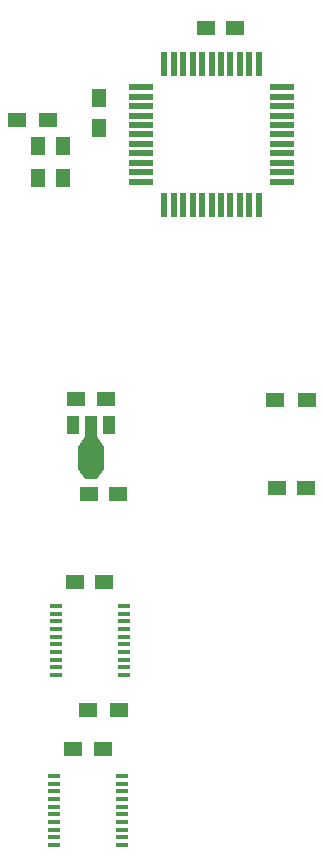
<source format=gtp>
G04 #@! TF.FileFunction,Paste,Top*
%FSLAX46Y46*%
G04 Gerber Fmt 4.6, Leading zero omitted, Abs format (unit mm)*
G04 Created by KiCad (PCBNEW 4.0.6) date Saturday, October 28, 2017 'PMt' 04:50:48 PM*
%MOMM*%
%LPD*%
G01*
G04 APERTURE LIST*
%ADD10C,0.100000*%
%ADD11R,1.000000X0.400000*%
%ADD12R,1.500000X1.250000*%
%ADD13R,1.250000X1.500000*%
%ADD14R,2.000000X0.500000*%
%ADD15R,0.500000X2.000000*%
%ADD16R,1.000000X1.500000*%
%ADD17R,1.000000X1.800000*%
%ADD18R,2.200000X1.840000*%
%ADD19R,1.500000X1.300000*%
%ADD20R,1.300000X1.500000*%
G04 APERTURE END LIST*
D10*
D11*
X152390000Y-120540000D03*
X152390000Y-121190000D03*
X152390000Y-121840000D03*
X152390000Y-122490000D03*
X152390000Y-123140000D03*
X152390000Y-123790000D03*
X152390000Y-124440000D03*
X152390000Y-125090000D03*
X152390000Y-125740000D03*
X152390000Y-126390000D03*
X158190000Y-126390000D03*
X158190000Y-125740000D03*
X158190000Y-125090000D03*
X158190000Y-124440000D03*
X158190000Y-123790000D03*
X158190000Y-123140000D03*
X158190000Y-122490000D03*
X158190000Y-121840000D03*
X158190000Y-121190000D03*
X158190000Y-120540000D03*
X152550000Y-106155000D03*
X152550000Y-106805000D03*
X152550000Y-107455000D03*
X152550000Y-108105000D03*
X152550000Y-108755000D03*
X152550000Y-109405000D03*
X152550000Y-110055000D03*
X152550000Y-110705000D03*
X152550000Y-111355000D03*
X152550000Y-112005000D03*
X158350000Y-112005000D03*
X158350000Y-111355000D03*
X158350000Y-110705000D03*
X158350000Y-110055000D03*
X158350000Y-109405000D03*
X158350000Y-108755000D03*
X158350000Y-108105000D03*
X158350000Y-107455000D03*
X158350000Y-106805000D03*
X158350000Y-106155000D03*
D12*
X173760000Y-96190000D03*
X171260000Y-96190000D03*
X157850000Y-96680000D03*
X155350000Y-96680000D03*
X154300000Y-88630000D03*
X156800000Y-88630000D03*
X154150000Y-104130000D03*
X156650000Y-104130000D03*
X154030000Y-118260000D03*
X156530000Y-118260000D03*
X167740000Y-57190000D03*
X165240000Y-57190000D03*
D13*
X156230000Y-65670000D03*
X156230000Y-63170000D03*
D14*
X171740000Y-70230000D03*
X171740000Y-69430000D03*
X171740000Y-68630000D03*
X171740000Y-67830000D03*
X171740000Y-67030000D03*
X171740000Y-66230000D03*
X171740000Y-65430000D03*
X171740000Y-64630000D03*
X171740000Y-63830000D03*
X171740000Y-63030000D03*
X171740000Y-62230000D03*
D15*
X169740000Y-60230000D03*
X168940000Y-60230000D03*
X168140000Y-60230000D03*
X167340000Y-60230000D03*
X166540000Y-60230000D03*
X165740000Y-60230000D03*
X164940000Y-60230000D03*
X164140000Y-60230000D03*
X163340000Y-60230000D03*
X162540000Y-60230000D03*
X161740000Y-60230000D03*
D14*
X159740000Y-62230000D03*
X159740000Y-63030000D03*
X159740000Y-63830000D03*
X159740000Y-64630000D03*
X159740000Y-65430000D03*
X159740000Y-66230000D03*
X159740000Y-67030000D03*
X159740000Y-67830000D03*
X159740000Y-68630000D03*
X159740000Y-69430000D03*
X159740000Y-70230000D03*
D15*
X161740000Y-72230000D03*
X162540000Y-72230000D03*
X163340000Y-72230000D03*
X164140000Y-72230000D03*
X164940000Y-72230000D03*
X165740000Y-72230000D03*
X166540000Y-72230000D03*
X167340000Y-72230000D03*
X168140000Y-72230000D03*
X168940000Y-72230000D03*
X169740000Y-72230000D03*
D10*
G36*
X156640000Y-94528200D02*
X156040000Y-95378200D01*
X155040000Y-95378200D01*
X154440000Y-94528200D01*
X156640000Y-94528200D01*
X156640000Y-94528200D01*
G37*
D16*
X157040000Y-90806200D03*
D17*
X155540000Y-90952700D03*
D16*
X154040000Y-90806200D03*
D18*
X155540000Y-93619700D03*
D10*
G36*
X154440000Y-92710000D02*
X155140000Y-91710000D01*
X155940000Y-91710000D01*
X156640000Y-92710000D01*
X154440000Y-92710000D01*
X154440000Y-92710000D01*
G37*
D19*
X173790000Y-88680000D03*
X171090000Y-88680000D03*
X157940000Y-114960000D03*
X155240000Y-114960000D03*
X149230000Y-65020000D03*
X151930000Y-65020000D03*
D20*
X151070000Y-69900000D03*
X151070000Y-67200000D03*
X153120000Y-69900000D03*
X153120000Y-67200000D03*
M02*

</source>
